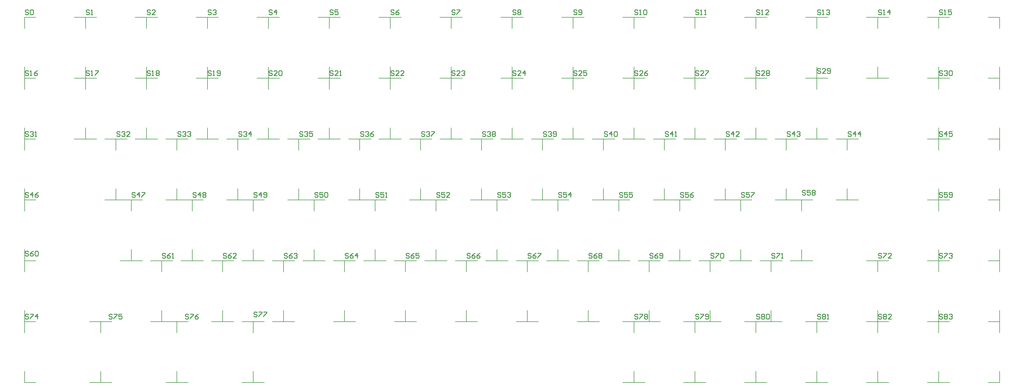
<source format=gto>
G04*
G04 #@! TF.GenerationSoftware,Altium Limited,Altium Designer,18.1.9 (240)*
G04*
G04 Layer_Color=65535*
%FSLAX44Y44*%
%MOMM*%
G71*
G01*
G75*
%ADD10C,0.1270*%
%ADD11C,0.2540*%
D10*
X476250Y1047750D02*
Y1082750D01*
Y1203250D02*
Y1238250D01*
X285750Y1203250D02*
Y1238250D01*
Y1047750D02*
Y1082750D01*
Y1238250D02*
X320750D01*
X441250D02*
X476250D01*
X285750Y1047750D02*
X320750D01*
X441250D02*
X476250D01*
X2667000Y666750D02*
Y701750D01*
Y822250D02*
Y857250D01*
X2476500Y822250D02*
Y857250D01*
Y666750D02*
Y701750D01*
Y857250D02*
X2511500D01*
X2632000D02*
X2667000D01*
X2476500Y666750D02*
X2511500D01*
X2632000D02*
X2667000D01*
X809628Y95250D02*
Y130250D01*
X571502Y95250D02*
Y130250D01*
Y250750D02*
Y285750D01*
X809628Y250750D02*
Y285750D01*
X774625D02*
X809628D01*
X571502D02*
X606503D01*
X774625Y95250D02*
X809628D01*
X571502D02*
X606503D01*
X571497D02*
Y130250D01*
X333372Y95250D02*
Y130250D01*
Y250750D02*
Y285750D01*
X571497Y250750D02*
Y285750D01*
X536495D02*
X571497D01*
X333372D02*
X368373D01*
X536495Y95250D02*
X571497D01*
X333372D02*
X368373D01*
X333375D02*
Y130250D01*
X95250Y95250D02*
Y130250D01*
Y250750D02*
Y285750D01*
X333375Y250750D02*
Y285750D01*
X298372D02*
X333375D01*
X95250D02*
X130250D01*
X298372Y95250D02*
X333375D01*
X95250D02*
X130250D01*
X523875Y285750D02*
Y320750D01*
Y441250D02*
Y476250D01*
X95250Y441250D02*
Y476250D01*
Y286000D02*
Y321000D01*
Y476250D02*
X130250D01*
X95250Y285750D02*
X130250D01*
X488875D02*
X523875D01*
X488875Y476250D02*
X523875D01*
X393625Y666750D02*
X428625D01*
X95250D02*
X130250D01*
X95250Y631750D02*
Y666750D01*
Y476250D02*
Y511250D01*
X428625Y631750D02*
Y666750D01*
X95250Y476250D02*
X130250D01*
X393625D02*
X428625D01*
Y511250D01*
X95250Y822250D02*
Y857250D01*
Y666750D02*
Y701750D01*
X381000Y666750D02*
Y701750D01*
Y822250D02*
Y857250D01*
X346000Y666750D02*
X381000D01*
X95250D02*
X130250D01*
X95250Y857250D02*
X130250D01*
X346000D02*
X381000D01*
X2571750D02*
X2606750D01*
X2917750D02*
X2952750D01*
X2917750Y1047750D02*
X2952750D01*
X2571750D02*
X2606750D01*
X2952750Y857500D02*
Y892500D01*
X2571750Y857500D02*
Y892500D01*
Y1012750D02*
Y1047750D01*
X2952750Y1012750D02*
Y1047750D01*
X2667000Y822250D02*
Y857250D01*
Y666750D02*
Y701750D01*
X2952750Y666750D02*
Y701750D01*
Y822250D02*
Y857250D01*
X2917750Y666750D02*
X2952750D01*
X2667000D02*
X2702000D01*
X2667000Y857250D02*
X2702000D01*
X2917750D02*
X2952750D01*
X2952755Y476250D02*
Y511250D01*
Y631750D02*
Y666750D01*
X2524130Y631750D02*
Y666750D01*
Y476500D02*
Y511500D01*
Y666750D02*
X2559130D01*
X2524130Y476250D02*
X2559130D01*
X2917755D02*
X2952755D01*
X2917755Y666750D02*
X2952755D01*
X2727245Y476250D02*
X2762245D01*
X2428870D02*
X2463870D01*
X2428870Y441250D02*
Y476250D01*
Y285750D02*
Y320750D01*
X2762245Y441250D02*
Y476250D01*
X2428870Y285750D02*
X2463870D01*
X2727245D02*
X2762245D01*
Y320750D01*
X1965247Y95250D02*
X2000247D01*
X1965247Y285750D02*
X2000247D01*
X809622Y95250D02*
X844623D01*
X809622Y285750D02*
X844623D01*
X2000247Y95250D02*
Y130250D01*
X809622Y95250D02*
Y130250D01*
Y250750D02*
Y285750D01*
X2000247Y250750D02*
Y285750D01*
X250750Y1047750D02*
X285750D01*
X95250D02*
X130250D01*
X250750Y1238250D02*
X285750D01*
X95250D02*
X130250D01*
X95250Y1047750D02*
Y1082750D01*
Y1203250D02*
Y1238250D01*
X285750Y1203250D02*
Y1238250D01*
Y1047750D02*
Y1082750D01*
X631750Y1047750D02*
X666750D01*
X476250D02*
X511250D01*
X631750Y1238250D02*
X666750D01*
X476250D02*
X511250D01*
X476250Y1047750D02*
Y1082750D01*
Y1203250D02*
Y1238250D01*
X666750Y1203250D02*
Y1238250D01*
Y1047750D02*
Y1082750D01*
X822250Y1047750D02*
X857250D01*
X666750D02*
X701750D01*
X822250Y1238250D02*
X857250D01*
X666750D02*
X701750D01*
X666750Y1047750D02*
Y1082750D01*
Y1203250D02*
Y1238250D01*
X857250Y1203250D02*
Y1238250D01*
Y1047750D02*
Y1082750D01*
X1012750Y1047750D02*
X1047750D01*
X857250D02*
X892250D01*
X1012750Y1238250D02*
X1047750D01*
X857250D02*
X892250D01*
X857250Y1047750D02*
Y1082750D01*
Y1203250D02*
Y1238250D01*
X1047750Y1203250D02*
Y1238250D01*
Y1047750D02*
Y1082750D01*
X1203250Y1047750D02*
X1238250D01*
X1047750D02*
X1082750D01*
X1203250Y1238250D02*
X1238250D01*
X1047750D02*
X1082750D01*
X1047750Y1047750D02*
Y1082750D01*
Y1203250D02*
Y1238250D01*
X1238250Y1203250D02*
Y1238250D01*
Y1047750D02*
Y1082750D01*
X1393750Y1047750D02*
X1428750D01*
X1238250D02*
X1273250D01*
X1393750Y1238250D02*
X1428750D01*
X1238250D02*
X1273250D01*
X1238250Y1047750D02*
Y1082750D01*
Y1203250D02*
Y1238250D01*
X1428750Y1203250D02*
Y1238250D01*
Y1047750D02*
Y1082750D01*
X1584250Y1047750D02*
X1619250D01*
X1428750D02*
X1463750D01*
X1584250Y1238250D02*
X1619250D01*
X1428750D02*
X1463750D01*
X1428750Y1047750D02*
Y1082750D01*
Y1203250D02*
Y1238250D01*
X1619250Y1203250D02*
Y1238250D01*
Y1047750D02*
Y1082750D01*
X1774750Y1047750D02*
X1809750D01*
X1619250D02*
X1654250D01*
X1774750Y1238250D02*
X1809750D01*
X1619250D02*
X1654250D01*
X1619250Y1047750D02*
Y1082750D01*
Y1203250D02*
Y1238250D01*
X1809750Y1203250D02*
Y1238250D01*
Y1047750D02*
Y1082750D01*
X1965250Y1047750D02*
X2000250D01*
X1809750D02*
X1844750D01*
X1965250Y1238250D02*
X2000250D01*
X1809750D02*
X1844750D01*
X1809750Y1047750D02*
Y1082750D01*
Y1203250D02*
Y1238250D01*
X2000250Y1203250D02*
Y1238250D01*
Y1047750D02*
Y1082750D01*
X2155750Y1047750D02*
X2190750D01*
X2000250D02*
X2035250D01*
X2155750Y1238250D02*
X2190750D01*
X2000250D02*
X2035250D01*
X2000250Y1047750D02*
Y1082750D01*
Y1203250D02*
Y1238250D01*
X2190750Y1203250D02*
Y1238250D01*
Y1047750D02*
Y1082750D01*
X2346250Y1047750D02*
X2381250D01*
X2190750D02*
X2225750D01*
X2346250Y1238250D02*
X2381250D01*
X2190750D02*
X2225750D01*
X2190750Y1047750D02*
Y1082750D01*
Y1203250D02*
Y1238250D01*
X2381250Y1203250D02*
Y1238250D01*
Y1047750D02*
Y1082750D01*
X2536750Y1047750D02*
X2571750D01*
X2381250D02*
X2416250D01*
X2536750Y1238250D02*
X2571750D01*
X2381250D02*
X2416250D01*
X2381250Y1047750D02*
Y1082750D01*
Y1203250D02*
Y1238250D01*
X2571750Y1203250D02*
Y1238250D01*
Y1047750D02*
Y1082750D01*
X2727250Y1047750D02*
X2762250D01*
X2571750D02*
X2606750D01*
X2727250Y1238250D02*
X2762250D01*
X2571750D02*
X2606750D01*
X2571750Y1047750D02*
Y1082750D01*
Y1203250D02*
Y1238250D01*
X2762250Y1203250D02*
Y1238250D01*
Y1047750D02*
Y1082750D01*
X2917750Y1047750D02*
X2952750D01*
X2762250D02*
X2797250D01*
X2917750Y1238250D02*
X2952750D01*
X2762250D02*
X2797250D01*
X2762250Y1047750D02*
Y1082750D01*
Y1203250D02*
Y1238250D01*
X2952750Y1203250D02*
Y1238250D01*
Y1047750D02*
Y1082750D01*
X3108250Y1047750D02*
X3143250D01*
X2952750D02*
X2987750D01*
X3108250Y1238250D02*
X3143250D01*
X2952750D02*
X2987750D01*
X2952750Y1047750D02*
Y1082750D01*
Y1203250D02*
Y1238250D01*
X3143250Y1203250D02*
Y1238250D01*
Y1047750D02*
Y1082750D01*
X441250Y857250D02*
X476250D01*
X285750D02*
X320750D01*
X441250Y1047750D02*
X476250D01*
X285750D02*
X320750D01*
X285750Y857250D02*
Y892250D01*
Y1012750D02*
Y1047750D01*
X476250Y1012750D02*
Y1047750D01*
Y857250D02*
Y892250D01*
X250750Y857250D02*
X285750D01*
X95250D02*
X130250D01*
X250750Y1047750D02*
X285750D01*
X95250D02*
X130250D01*
X95250Y857250D02*
Y892250D01*
Y1012750D02*
Y1047750D01*
X285750Y1012750D02*
Y1047750D01*
Y857250D02*
Y892250D01*
X631750Y857250D02*
X666750D01*
X476250D02*
X511250D01*
X631750Y1047750D02*
X666750D01*
X476250D02*
X511250D01*
X476250Y857250D02*
Y892250D01*
Y1012750D02*
Y1047750D01*
X666750Y1012750D02*
Y1047750D01*
Y857250D02*
Y892250D01*
X822250Y857250D02*
X857250D01*
X666750D02*
X701750D01*
X822250Y1047750D02*
X857250D01*
X666750D02*
X701750D01*
X666750Y857250D02*
Y892250D01*
Y1012750D02*
Y1047750D01*
X857250Y1012750D02*
Y1047750D01*
Y857250D02*
Y892250D01*
X1012750Y857250D02*
X1047750D01*
X857250D02*
X892250D01*
X1012750Y1047750D02*
X1047750D01*
X857250D02*
X892250D01*
X857250Y857250D02*
Y892250D01*
Y1012750D02*
Y1047750D01*
X1047750Y1012750D02*
Y1047750D01*
Y857250D02*
Y892250D01*
X1203250Y857250D02*
X1238250D01*
X1047750D02*
X1082750D01*
X1203250Y1047750D02*
X1238250D01*
X1047750D02*
X1082750D01*
X1047750Y857250D02*
Y892250D01*
Y1012750D02*
Y1047750D01*
X1238250Y1012750D02*
Y1047750D01*
Y857250D02*
Y892250D01*
X1393750Y857250D02*
X1428750D01*
X1238250D02*
X1273250D01*
X1393750Y1047750D02*
X1428750D01*
X1238250D02*
X1273250D01*
X1238250Y857250D02*
Y892250D01*
Y1012750D02*
Y1047750D01*
X1428750Y1012750D02*
Y1047750D01*
Y857250D02*
Y892250D01*
X1584250Y857250D02*
X1619250D01*
X1428750D02*
X1463750D01*
X1584250Y1047750D02*
X1619250D01*
X1428750D02*
X1463750D01*
X1428750Y857250D02*
Y892250D01*
Y1012750D02*
Y1047750D01*
X1619250Y1012750D02*
Y1047750D01*
Y857250D02*
Y892250D01*
X1774750Y857250D02*
X1809750D01*
X1619250D02*
X1654250D01*
X1774750Y1047750D02*
X1809750D01*
X1619250D02*
X1654250D01*
X1619250Y857250D02*
Y892250D01*
Y1012750D02*
Y1047750D01*
X1809750Y1012750D02*
Y1047750D01*
Y857250D02*
Y892250D01*
X1965250Y857250D02*
X2000250D01*
X1809750D02*
X1844750D01*
X1965250Y1047750D02*
X2000250D01*
X1809750D02*
X1844750D01*
X1809750Y857250D02*
Y892250D01*
Y1012750D02*
Y1047750D01*
X2000250Y1012750D02*
Y1047750D01*
Y857250D02*
Y892250D01*
X2155750Y857250D02*
X2190750D01*
X2000250D02*
X2035250D01*
X2155750Y1047750D02*
X2190750D01*
X2000250D02*
X2035250D01*
X2000250Y857250D02*
Y892250D01*
Y1012750D02*
Y1047750D01*
X2190750Y1012750D02*
Y1047750D01*
Y857250D02*
Y892250D01*
X2346250Y857250D02*
X2381250D01*
X2190750D02*
X2225750D01*
X2346250Y1047750D02*
X2381250D01*
X2190750D02*
X2225750D01*
X2190750Y857250D02*
Y892250D01*
Y1012750D02*
Y1047750D01*
X2381250Y1012750D02*
Y1047750D01*
Y857250D02*
Y892250D01*
X2536750Y857250D02*
X2571750D01*
X2381250D02*
X2416250D01*
X2536750Y1047750D02*
X2571750D01*
X2381250D02*
X2416250D01*
X2381250Y857250D02*
Y892250D01*
Y1012750D02*
Y1047750D01*
X2571750Y1012750D02*
Y1047750D01*
Y857250D02*
Y892250D01*
X3108250Y857250D02*
X3143250D01*
X2952750D02*
X2987750D01*
X3108250Y1047750D02*
X3143250D01*
X2952750D02*
X2987750D01*
X2952750Y857250D02*
Y892250D01*
Y1012750D02*
Y1047750D01*
X3143250Y1012750D02*
Y1047750D01*
Y857250D02*
Y892250D01*
X536500Y666750D02*
X571500D01*
X381000D02*
X416000D01*
X536500Y857250D02*
X571500D01*
X381000D02*
X416000D01*
X381000Y666750D02*
Y701750D01*
Y822250D02*
Y857250D01*
X571500Y822250D02*
Y857250D01*
Y666750D02*
Y701750D01*
X727000Y666750D02*
X762000D01*
X571500D02*
X606500D01*
X727000Y857250D02*
X762000D01*
X571500D02*
X606500D01*
X571500Y666750D02*
Y701750D01*
Y822250D02*
Y857250D01*
X762000Y822250D02*
Y857250D01*
Y666750D02*
Y701750D01*
X917500Y666750D02*
X952500D01*
X762000D02*
X797000D01*
X917500Y857250D02*
X952500D01*
X762000D02*
X797000D01*
X762000Y666750D02*
Y701750D01*
Y822250D02*
Y857250D01*
X952500Y822250D02*
Y857250D01*
Y666750D02*
Y701750D01*
X1108000Y666750D02*
X1143000D01*
X952500D02*
X987500D01*
X1108000Y857250D02*
X1143000D01*
X952500D02*
X987500D01*
X952500Y666750D02*
Y701750D01*
Y822250D02*
Y857250D01*
X1143000Y822250D02*
Y857250D01*
Y666750D02*
Y701750D01*
X1298500Y666750D02*
X1333500D01*
X1143000D02*
X1178000D01*
X1298500Y857250D02*
X1333500D01*
X1143000D02*
X1178000D01*
X1143000Y666750D02*
Y701750D01*
Y822250D02*
Y857250D01*
X1333500Y822250D02*
Y857250D01*
Y666750D02*
Y701750D01*
X1489000Y666750D02*
X1524000D01*
X1333500D02*
X1368500D01*
X1489000Y857250D02*
X1524000D01*
X1333500D02*
X1368500D01*
X1333500Y666750D02*
Y701750D01*
Y822250D02*
Y857250D01*
X1524000Y822250D02*
Y857250D01*
Y666750D02*
Y701750D01*
X1679500Y666750D02*
X1714500D01*
X1524000D02*
X1559000D01*
X1679500Y857250D02*
X1714500D01*
X1524000D02*
X1559000D01*
X1524000Y666750D02*
Y701750D01*
Y822250D02*
Y857250D01*
X1714500Y822250D02*
Y857250D01*
Y666750D02*
Y701750D01*
X1870000Y666750D02*
X1905000D01*
X1714500D02*
X1749500D01*
X1870000Y857250D02*
X1905000D01*
X1714500D02*
X1749500D01*
X1714500Y666750D02*
Y701750D01*
Y822250D02*
Y857250D01*
X1905000Y822250D02*
Y857250D01*
Y666750D02*
Y701750D01*
X2060500Y666750D02*
X2095500D01*
X1905000D02*
X1940000D01*
X2060500Y857250D02*
X2095500D01*
X1905000D02*
X1940000D01*
X1905000Y666750D02*
Y701750D01*
Y822250D02*
Y857250D01*
X2095500Y822250D02*
Y857250D01*
Y666750D02*
Y701750D01*
X2251000Y666750D02*
X2286000D01*
X2095500D02*
X2130500D01*
X2251000Y857250D02*
X2286000D01*
X2095500D02*
X2130500D01*
X2095500Y666750D02*
Y701750D01*
Y822250D02*
Y857250D01*
X2286000Y822250D02*
Y857250D01*
Y666750D02*
Y701750D01*
X2441500Y666750D02*
X2476500D01*
X2286000D02*
X2321000D01*
X2441500Y857250D02*
X2476500D01*
X2286000D02*
X2321000D01*
X2286000Y666750D02*
Y701750D01*
Y822250D02*
Y857250D01*
X2476500Y822250D02*
Y857250D01*
Y666750D02*
Y701750D01*
X3108250Y666750D02*
X3143250D01*
X2952750D02*
X2987750D01*
X3108250Y857250D02*
X3143250D01*
X2952750D02*
X2987750D01*
X2952750Y666750D02*
Y701750D01*
Y822250D02*
Y857250D01*
X3143250Y822250D02*
Y857250D01*
Y666750D02*
Y701750D01*
X584130Y476250D02*
X619130D01*
X428630D02*
X463630D01*
X584130Y666750D02*
X619130D01*
X428630D02*
X463630D01*
X428630Y476250D02*
Y511250D01*
Y631750D02*
Y666750D01*
X619130Y631750D02*
Y666750D01*
Y476250D02*
Y511250D01*
X774630Y476250D02*
X809630D01*
X619130D02*
X654130D01*
X774630Y666750D02*
X809630D01*
X619130D02*
X654130D01*
X619130Y476250D02*
Y511250D01*
Y631750D02*
Y666750D01*
X809630Y631750D02*
Y666750D01*
Y476250D02*
Y511250D01*
X965130Y476250D02*
X1000130D01*
X809630D02*
X844630D01*
X965130Y666750D02*
X1000130D01*
X809630D02*
X844630D01*
X809630Y476250D02*
Y511250D01*
Y631750D02*
Y666750D01*
X1000130Y631750D02*
Y666750D01*
Y476250D02*
Y511250D01*
X1155630Y476250D02*
X1190630D01*
X1000130D02*
X1035130D01*
X1155630Y666750D02*
X1190630D01*
X1000130D02*
X1035130D01*
X1000130Y476250D02*
Y511250D01*
Y631750D02*
Y666750D01*
X1190630Y631750D02*
Y666750D01*
Y476250D02*
Y511250D01*
X1346130Y476250D02*
X1381130D01*
X1190630D02*
X1225630D01*
X1346130Y666750D02*
X1381130D01*
X1190630D02*
X1225630D01*
X1190630Y476250D02*
Y511250D01*
Y631750D02*
Y666750D01*
X1381130Y631750D02*
Y666750D01*
Y476250D02*
Y511250D01*
X1536630Y476250D02*
X1571630D01*
X1381130D02*
X1416130D01*
X1536630Y666750D02*
X1571630D01*
X1381130D02*
X1416130D01*
X1381130Y476250D02*
Y511250D01*
Y631750D02*
Y666750D01*
X1571630Y631750D02*
Y666750D01*
Y476250D02*
Y511250D01*
X1727130Y476250D02*
X1762130D01*
X1571630D02*
X1606630D01*
X1727130Y666750D02*
X1762130D01*
X1571630D02*
X1606630D01*
X1571630Y476250D02*
Y511250D01*
Y631750D02*
Y666750D01*
X1762130Y631750D02*
Y666750D01*
Y476250D02*
Y511250D01*
X1917630Y476250D02*
X1952630D01*
X1762130D02*
X1797130D01*
X1917630Y666750D02*
X1952630D01*
X1762130D02*
X1797130D01*
X1762130Y476250D02*
Y511250D01*
Y631750D02*
Y666750D01*
X1952630Y631750D02*
Y666750D01*
Y476250D02*
Y511250D01*
X2108130Y476250D02*
X2143130D01*
X1952630D02*
X1987630D01*
X2108130Y666750D02*
X2143130D01*
X1952630D02*
X1987630D01*
X1952630Y476250D02*
Y511250D01*
Y631750D02*
Y666750D01*
X2143130Y631750D02*
Y666750D01*
Y476250D02*
Y511250D01*
X2298630Y476250D02*
X2333630D01*
X2143130D02*
X2178130D01*
X2298630Y666750D02*
X2333630D01*
X2143130D02*
X2178130D01*
X2143130Y476250D02*
Y511250D01*
Y631750D02*
Y666750D01*
X2333630Y631750D02*
Y666750D01*
Y476250D02*
Y511250D01*
X2489130Y476250D02*
X2524130D01*
X2333630D02*
X2368630D01*
X2489130Y666750D02*
X2524130D01*
X2333630D02*
X2368630D01*
X2333630Y476250D02*
Y511250D01*
Y631750D02*
Y666750D01*
X2524130Y631750D02*
Y666750D01*
Y476250D02*
Y511250D01*
X3108250Y476250D02*
X3143250D01*
X2952750D02*
X2987750D01*
X3108250Y666750D02*
X3143250D01*
X2952750D02*
X2987750D01*
X2952750Y476250D02*
Y511250D01*
Y631750D02*
Y666750D01*
X3143250Y631750D02*
Y666750D01*
Y476250D02*
Y511250D01*
X679372Y285750D02*
X714372D01*
X523872D02*
X558873D01*
X679372Y476250D02*
X714372D01*
X523872D02*
X558873D01*
X523872Y285750D02*
Y320750D01*
Y441250D02*
Y476250D01*
X714372Y441250D02*
Y476250D01*
Y285750D02*
Y320750D01*
X869870Y285750D02*
X904870D01*
X714370D02*
X749370D01*
X869870Y476250D02*
X904870D01*
X714370D02*
X749370D01*
X714370Y285750D02*
Y320750D01*
Y441250D02*
Y476250D01*
X904870Y441250D02*
Y476250D01*
Y285750D02*
Y320750D01*
X1060370Y285750D02*
X1095370D01*
X904870D02*
X939870D01*
X1060370Y476250D02*
X1095370D01*
X904870D02*
X939870D01*
X904870Y285750D02*
Y320750D01*
Y441250D02*
Y476250D01*
X1095370Y441250D02*
Y476250D01*
Y285750D02*
Y320750D01*
X1250870Y285750D02*
X1285870D01*
X1095370D02*
X1130370D01*
X1250870Y476250D02*
X1285870D01*
X1095370D02*
X1130370D01*
X1095370Y285750D02*
Y320750D01*
Y441250D02*
Y476250D01*
X1285870Y441250D02*
Y476250D01*
Y285750D02*
Y320750D01*
X1441370Y285750D02*
X1476370D01*
X1285870D02*
X1320870D01*
X1441370Y476250D02*
X1476370D01*
X1285870D02*
X1320870D01*
X1285870Y285750D02*
Y320750D01*
Y441250D02*
Y476250D01*
X1476370Y441250D02*
Y476250D01*
Y285750D02*
Y320750D01*
X1631870Y285750D02*
X1666870D01*
X1476370D02*
X1511370D01*
X1631870Y476250D02*
X1666870D01*
X1476370D02*
X1511370D01*
X1476370Y285750D02*
Y320750D01*
Y441250D02*
Y476250D01*
X1666870Y441250D02*
Y476250D01*
Y285750D02*
Y320750D01*
X1822370Y285750D02*
X1857370D01*
X1666870D02*
X1701870D01*
X1822370Y476250D02*
X1857370D01*
X1666870D02*
X1701870D01*
X1666870Y285750D02*
Y320750D01*
Y441250D02*
Y476250D01*
X1857370Y441250D02*
Y476250D01*
Y285750D02*
Y320750D01*
X2012870Y285750D02*
X2047870D01*
X1857370D02*
X1892370D01*
X2012870Y476250D02*
X2047870D01*
X1857370D02*
X1892370D01*
X1857370Y285750D02*
Y320750D01*
Y441250D02*
Y476250D01*
X2047870Y441250D02*
Y476250D01*
Y285750D02*
Y320750D01*
X2203370Y285750D02*
X2238370D01*
X2047870D02*
X2082870D01*
X2203370Y476250D02*
X2238370D01*
X2047870D02*
X2082870D01*
X2047870Y285750D02*
Y320750D01*
Y441250D02*
Y476250D01*
X2238370Y441250D02*
Y476250D01*
Y285750D02*
Y320750D01*
X2393870Y285750D02*
X2428870D01*
X2238370D02*
X2273370D01*
X2393870Y476250D02*
X2428870D01*
X2238370D02*
X2273370D01*
X2238370Y285750D02*
Y320750D01*
Y441250D02*
Y476250D01*
X2428870Y441250D02*
Y476250D01*
Y285750D02*
Y320750D01*
X2917750Y285750D02*
X2952750D01*
X2762250D02*
X2797250D01*
X2917750Y476250D02*
X2952750D01*
X2762250D02*
X2797250D01*
X2762250Y285750D02*
Y320750D01*
Y441250D02*
Y476250D01*
X2952750Y441250D02*
Y476250D01*
Y285750D02*
Y320750D01*
X3108250Y285750D02*
X3143250D01*
X2952750D02*
X2987750D01*
X3108250Y476250D02*
X3143250D01*
X2952750D02*
X2987750D01*
X2952750Y285750D02*
Y320750D01*
Y441250D02*
Y476250D01*
X3143250Y441250D02*
Y476250D01*
Y285750D02*
Y320750D01*
X2155752Y95250D02*
X2190753D01*
X2000253D02*
X2035253D01*
X2155752Y285750D02*
X2190753D01*
X2000253D02*
X2035253D01*
X2000253Y95250D02*
Y130250D01*
Y250750D02*
Y285750D01*
X2190753Y250750D02*
Y285750D01*
Y95250D02*
Y130250D01*
X2346250Y95250D02*
X2381250D01*
X2190750D02*
X2225750D01*
X2346250Y285750D02*
X2381250D01*
X2190750D02*
X2225750D01*
X2190750Y95250D02*
Y130250D01*
Y250750D02*
Y285750D01*
X2381250Y250750D02*
Y285750D01*
Y95250D02*
Y130250D01*
X2536750Y95250D02*
X2571750D01*
X2381250D02*
X2416250D01*
X2536750Y285750D02*
X2571750D01*
X2381250D02*
X2416250D01*
X2381250Y95250D02*
Y130250D01*
Y250750D02*
Y285750D01*
X2571750Y250750D02*
Y285750D01*
Y95250D02*
Y130250D01*
X2727250Y95250D02*
X2762250D01*
X2571750D02*
X2606750D01*
X2727250Y285750D02*
X2762250D01*
X2571750D02*
X2606750D01*
X2571750Y95250D02*
Y130250D01*
Y250750D02*
Y285750D01*
X2762250Y250750D02*
Y285750D01*
Y95250D02*
Y130250D01*
X2917750Y95250D02*
X2952750D01*
X2762250D02*
X2797250D01*
X2917750Y285750D02*
X2952750D01*
X2762250D02*
X2797250D01*
X2762250Y95250D02*
Y130250D01*
Y250750D02*
Y285750D01*
X2952750Y250750D02*
Y285750D01*
Y95250D02*
Y130250D01*
X3108250Y95250D02*
X3143250D01*
X2952750D02*
X2987750D01*
X3108250Y285750D02*
X3143250D01*
X2952750D02*
X2987750D01*
X2952750Y95250D02*
Y130250D01*
Y250750D02*
Y285750D01*
X3143250Y250750D02*
Y285750D01*
Y95250D02*
Y130250D01*
D11*
X297812Y1259201D02*
X295273Y1261740D01*
X290194D01*
X287655Y1259201D01*
Y1256662D01*
X290194Y1254122D01*
X295273D01*
X297812Y1251583D01*
Y1249044D01*
X295273Y1246505D01*
X290194D01*
X287655Y1249044D01*
X302890Y1246505D02*
X307968D01*
X305429D01*
Y1261740D01*
X302890Y1259201D01*
X2964812Y306701D02*
X2962273Y309240D01*
X2957194D01*
X2954655Y306701D01*
Y304162D01*
X2957194Y301623D01*
X2962273D01*
X2964812Y299083D01*
Y296544D01*
X2962273Y294005D01*
X2957194D01*
X2954655Y296544D01*
X2969890Y306701D02*
X2972429Y309240D01*
X2977508D01*
X2980047Y306701D01*
Y304162D01*
X2977508Y301623D01*
X2980047Y299083D01*
Y296544D01*
X2977508Y294005D01*
X2972429D01*
X2969890Y296544D01*
Y299083D01*
X2972429Y301623D01*
X2969890Y304162D01*
Y306701D01*
X2972429Y301623D02*
X2977508D01*
X2985125Y306701D02*
X2987664Y309240D01*
X2992743D01*
X2995282Y306701D01*
Y304162D01*
X2992743Y301623D01*
X2990204D01*
X2992743D01*
X2995282Y299083D01*
Y296544D01*
X2992743Y294005D01*
X2987664D01*
X2985125Y296544D01*
X2774185Y306828D02*
X2771646Y309367D01*
X2766567D01*
X2764028Y306828D01*
Y304289D01*
X2766567Y301749D01*
X2771646D01*
X2774185Y299210D01*
Y296671D01*
X2771646Y294132D01*
X2766567D01*
X2764028Y296671D01*
X2779263Y306828D02*
X2781802Y309367D01*
X2786880D01*
X2789420Y306828D01*
Y304289D01*
X2786880Y301749D01*
X2789420Y299210D01*
Y296671D01*
X2786880Y294132D01*
X2781802D01*
X2779263Y296671D01*
Y299210D01*
X2781802Y301749D01*
X2779263Y304289D01*
Y306828D01*
X2781802Y301749D02*
X2786880D01*
X2804655Y294132D02*
X2794498D01*
X2804655Y304289D01*
Y306828D01*
X2802116Y309367D01*
X2797037D01*
X2794498Y306828D01*
X2583685D02*
X2581146Y309367D01*
X2576067D01*
X2573528Y306828D01*
Y304289D01*
X2576067Y301749D01*
X2581146D01*
X2583685Y299210D01*
Y296671D01*
X2581146Y294132D01*
X2576067D01*
X2573528Y296671D01*
X2588763Y306828D02*
X2591302Y309367D01*
X2596381D01*
X2598920Y306828D01*
Y304289D01*
X2596381Y301749D01*
X2598920Y299210D01*
Y296671D01*
X2596381Y294132D01*
X2591302D01*
X2588763Y296671D01*
Y299210D01*
X2591302Y301749D01*
X2588763Y304289D01*
Y306828D01*
X2591302Y301749D02*
X2596381D01*
X2603998Y294132D02*
X2609077D01*
X2606537D01*
Y309367D01*
X2603998Y306828D01*
X2393185D02*
X2390645Y309367D01*
X2385567D01*
X2383028Y306828D01*
Y304289D01*
X2385567Y301749D01*
X2390645D01*
X2393185Y299210D01*
Y296671D01*
X2390645Y294132D01*
X2385567D01*
X2383028Y296671D01*
X2398263Y306828D02*
X2400802Y309367D01*
X2405881D01*
X2408420Y306828D01*
Y304289D01*
X2405881Y301749D01*
X2408420Y299210D01*
Y296671D01*
X2405881Y294132D01*
X2400802D01*
X2398263Y296671D01*
Y299210D01*
X2400802Y301749D01*
X2398263Y304289D01*
Y306828D01*
X2400802Y301749D02*
X2405881D01*
X2413498Y306828D02*
X2416037Y309367D01*
X2421116D01*
X2423655Y306828D01*
Y296671D01*
X2421116Y294132D01*
X2416037D01*
X2413498Y296671D01*
Y306828D01*
X2202685D02*
X2200146Y309367D01*
X2195067D01*
X2192528Y306828D01*
Y304289D01*
X2195067Y301749D01*
X2200146D01*
X2202685Y299210D01*
Y296671D01*
X2200146Y294132D01*
X2195067D01*
X2192528Y296671D01*
X2207763Y309367D02*
X2217920D01*
Y306828D01*
X2207763Y296671D01*
Y294132D01*
X2222998Y296671D02*
X2225537Y294132D01*
X2230616D01*
X2233155Y296671D01*
Y306828D01*
X2230616Y309367D01*
X2225537D01*
X2222998Y306828D01*
Y304289D01*
X2225537Y301749D01*
X2233155D01*
X2012439Y306828D02*
X2009899Y309367D01*
X2004821D01*
X2002282Y306828D01*
Y304289D01*
X2004821Y301749D01*
X2009899D01*
X2012439Y299210D01*
Y296671D01*
X2009899Y294132D01*
X2004821D01*
X2002282Y296671D01*
X2017517Y309367D02*
X2027674D01*
Y306828D01*
X2017517Y296671D01*
Y294132D01*
X2032752Y306828D02*
X2035291Y309367D01*
X2040370D01*
X2042909Y306828D01*
Y304289D01*
X2040370Y301749D01*
X2042909Y299210D01*
Y296671D01*
X2040370Y294132D01*
X2035291D01*
X2032752Y296671D01*
Y299210D01*
X2035291Y301749D01*
X2032752Y304289D01*
Y306828D01*
X2035291Y301749D02*
X2040370D01*
X821687Y313432D02*
X819147Y315971D01*
X814069D01*
X811530Y313432D01*
Y310893D01*
X814069Y308354D01*
X819147D01*
X821687Y305814D01*
Y303275D01*
X819147Y300736D01*
X814069D01*
X811530Y303275D01*
X826765Y315971D02*
X836922D01*
Y313432D01*
X826765Y303275D01*
Y300736D01*
X842000Y315971D02*
X852157D01*
Y313432D01*
X842000Y303275D01*
Y300736D01*
X607311Y306828D02*
X604771Y309367D01*
X599693D01*
X597154Y306828D01*
Y304289D01*
X599693Y301749D01*
X604771D01*
X607311Y299210D01*
Y296671D01*
X604771Y294132D01*
X599693D01*
X597154Y296671D01*
X612389Y309367D02*
X622546D01*
Y306828D01*
X612389Y296671D01*
Y294132D01*
X637781Y309367D02*
X632702Y306828D01*
X627624Y301749D01*
Y296671D01*
X630163Y294132D01*
X635242D01*
X637781Y296671D01*
Y299210D01*
X635242Y301749D01*
X627624D01*
X369313Y306828D02*
X366773Y309367D01*
X361695D01*
X359156Y306828D01*
Y304289D01*
X361695Y301749D01*
X366773D01*
X369313Y299210D01*
Y296671D01*
X366773Y294132D01*
X361695D01*
X359156Y296671D01*
X374391Y309367D02*
X384548D01*
Y306828D01*
X374391Y296671D01*
Y294132D01*
X399783Y309367D02*
X389626D01*
Y301749D01*
X394705Y304289D01*
X397244D01*
X399783Y301749D01*
Y296671D01*
X397244Y294132D01*
X392165D01*
X389626Y296671D01*
X107185Y306828D02*
X104646Y309367D01*
X99567D01*
X97028Y306828D01*
Y304289D01*
X99567Y301749D01*
X104646D01*
X107185Y299210D01*
Y296671D01*
X104646Y294132D01*
X99567D01*
X97028Y296671D01*
X112263Y309367D02*
X122420D01*
Y306828D01*
X112263Y296671D01*
Y294132D01*
X135116D02*
Y309367D01*
X127498Y301749D01*
X137655D01*
X2964812Y497201D02*
X2962273Y499740D01*
X2957194D01*
X2954655Y497201D01*
Y494662D01*
X2957194Y492122D01*
X2962273D01*
X2964812Y489583D01*
Y487044D01*
X2962273Y484505D01*
X2957194D01*
X2954655Y487044D01*
X2969890Y499740D02*
X2980047D01*
Y497201D01*
X2969890Y487044D01*
Y484505D01*
X2985125Y497201D02*
X2987664Y499740D01*
X2992743D01*
X2995282Y497201D01*
Y494662D01*
X2992743Y492122D01*
X2990204D01*
X2992743D01*
X2995282Y489583D01*
Y487044D01*
X2992743Y484505D01*
X2987664D01*
X2985125Y487044D01*
X2774312Y497201D02*
X2771772Y499740D01*
X2766694D01*
X2764155Y497201D01*
Y494662D01*
X2766694Y492122D01*
X2771772D01*
X2774312Y489583D01*
Y487044D01*
X2771772Y484505D01*
X2766694D01*
X2764155Y487044D01*
X2779390Y499740D02*
X2789547D01*
Y497201D01*
X2779390Y487044D01*
Y484505D01*
X2804782D02*
X2794625D01*
X2804782Y494662D01*
Y497201D01*
X2802243Y499740D01*
X2797164D01*
X2794625Y497201D01*
X2440937Y497328D02*
X2438398Y499867D01*
X2433319D01*
X2430780Y497328D01*
Y494789D01*
X2433319Y492249D01*
X2438398D01*
X2440937Y489710D01*
Y487171D01*
X2438398Y484632D01*
X2433319D01*
X2430780Y487171D01*
X2446015Y499867D02*
X2456172D01*
Y497328D01*
X2446015Y487171D01*
Y484632D01*
X2461250D02*
X2466328D01*
X2463789D01*
Y499867D01*
X2461250Y497328D01*
X2250437D02*
X2247897Y499867D01*
X2242819D01*
X2240280Y497328D01*
Y494789D01*
X2242819Y492249D01*
X2247897D01*
X2250437Y489710D01*
Y487171D01*
X2247897Y484632D01*
X2242819D01*
X2240280Y487171D01*
X2255515Y499867D02*
X2265672D01*
Y497328D01*
X2255515Y487171D01*
Y484632D01*
X2270750Y497328D02*
X2273289Y499867D01*
X2278368D01*
X2280907Y497328D01*
Y487171D01*
X2278368Y484632D01*
X2273289D01*
X2270750Y487171D01*
Y497328D01*
X2059937D02*
X2057397Y499867D01*
X2052319D01*
X2049780Y497328D01*
Y494789D01*
X2052319Y492249D01*
X2057397D01*
X2059937Y489710D01*
Y487171D01*
X2057397Y484632D01*
X2052319D01*
X2049780Y487171D01*
X2075172Y499867D02*
X2070093Y497328D01*
X2065015Y492249D01*
Y487171D01*
X2067554Y484632D01*
X2072633D01*
X2075172Y487171D01*
Y489710D01*
X2072633Y492249D01*
X2065015D01*
X2080250Y487171D02*
X2082789Y484632D01*
X2087868D01*
X2090407Y487171D01*
Y497328D01*
X2087868Y499867D01*
X2082789D01*
X2080250Y497328D01*
Y494789D01*
X2082789Y492249D01*
X2090407D01*
X1869437Y497328D02*
X1866897Y499867D01*
X1861819D01*
X1859280Y497328D01*
Y494789D01*
X1861819Y492249D01*
X1866897D01*
X1869437Y489710D01*
Y487171D01*
X1866897Y484632D01*
X1861819D01*
X1859280Y487171D01*
X1884672Y499867D02*
X1879593Y497328D01*
X1874515Y492249D01*
Y487171D01*
X1877054Y484632D01*
X1882133D01*
X1884672Y487171D01*
Y489710D01*
X1882133Y492249D01*
X1874515D01*
X1889750Y497328D02*
X1892289Y499867D01*
X1897368D01*
X1899907Y497328D01*
Y494789D01*
X1897368Y492249D01*
X1899907Y489710D01*
Y487171D01*
X1897368Y484632D01*
X1892289D01*
X1889750Y487171D01*
Y489710D01*
X1892289Y492249D01*
X1889750Y494789D01*
Y497328D01*
X1892289Y492249D02*
X1897368D01*
X1678937Y497328D02*
X1676398Y499867D01*
X1671319D01*
X1668780Y497328D01*
Y494789D01*
X1671319Y492249D01*
X1676398D01*
X1678937Y489710D01*
Y487171D01*
X1676398Y484632D01*
X1671319D01*
X1668780Y487171D01*
X1694172Y499867D02*
X1689093Y497328D01*
X1684015Y492249D01*
Y487171D01*
X1686554Y484632D01*
X1691633D01*
X1694172Y487171D01*
Y489710D01*
X1691633Y492249D01*
X1684015D01*
X1699250Y499867D02*
X1709407D01*
Y497328D01*
X1699250Y487171D01*
Y484632D01*
X1488437Y497328D02*
X1485898Y499867D01*
X1480819D01*
X1478280Y497328D01*
Y494789D01*
X1480819Y492249D01*
X1485898D01*
X1488437Y489710D01*
Y487171D01*
X1485898Y484632D01*
X1480819D01*
X1478280Y487171D01*
X1503672Y499867D02*
X1498593Y497328D01*
X1493515Y492249D01*
Y487171D01*
X1496054Y484632D01*
X1501133D01*
X1503672Y487171D01*
Y489710D01*
X1501133Y492249D01*
X1493515D01*
X1518907Y499867D02*
X1513828Y497328D01*
X1508750Y492249D01*
Y487171D01*
X1511289Y484632D01*
X1516368D01*
X1518907Y487171D01*
Y489710D01*
X1516368Y492249D01*
X1508750D01*
X1297937Y497328D02*
X1295397Y499867D01*
X1290319D01*
X1287780Y497328D01*
Y494789D01*
X1290319Y492249D01*
X1295397D01*
X1297937Y489710D01*
Y487171D01*
X1295397Y484632D01*
X1290319D01*
X1287780Y487171D01*
X1313172Y499867D02*
X1308093Y497328D01*
X1303015Y492249D01*
Y487171D01*
X1305554Y484632D01*
X1310633D01*
X1313172Y487171D01*
Y489710D01*
X1310633Y492249D01*
X1303015D01*
X1328407Y499867D02*
X1318250D01*
Y492249D01*
X1323329Y494789D01*
X1325868D01*
X1328407Y492249D01*
Y487171D01*
X1325868Y484632D01*
X1320789D01*
X1318250Y487171D01*
X1107437Y497328D02*
X1104898Y499867D01*
X1099819D01*
X1097280Y497328D01*
Y494789D01*
X1099819Y492249D01*
X1104898D01*
X1107437Y489710D01*
Y487171D01*
X1104898Y484632D01*
X1099819D01*
X1097280Y487171D01*
X1122672Y499867D02*
X1117593Y497328D01*
X1112515Y492249D01*
Y487171D01*
X1115054Y484632D01*
X1120133D01*
X1122672Y487171D01*
Y489710D01*
X1120133Y492249D01*
X1112515D01*
X1135368Y484632D02*
Y499867D01*
X1127750Y492249D01*
X1137907D01*
X916937Y497328D02*
X914398Y499867D01*
X909319D01*
X906780Y497328D01*
Y494789D01*
X909319Y492249D01*
X914398D01*
X916937Y489710D01*
Y487171D01*
X914398Y484632D01*
X909319D01*
X906780Y487171D01*
X932172Y499867D02*
X927093Y497328D01*
X922015Y492249D01*
Y487171D01*
X924554Y484632D01*
X929633D01*
X932172Y487171D01*
Y489710D01*
X929633Y492249D01*
X922015D01*
X937250Y497328D02*
X939789Y499867D01*
X944868D01*
X947407Y497328D01*
Y494789D01*
X944868Y492249D01*
X942328D01*
X944868D01*
X947407Y489710D01*
Y487171D01*
X944868Y484632D01*
X939789D01*
X937250Y487171D01*
X726437Y497328D02*
X723897Y499867D01*
X718819D01*
X716280Y497328D01*
Y494789D01*
X718819Y492249D01*
X723897D01*
X726437Y489710D01*
Y487171D01*
X723897Y484632D01*
X718819D01*
X716280Y487171D01*
X741672Y499867D02*
X736593Y497328D01*
X731515Y492249D01*
Y487171D01*
X734054Y484632D01*
X739133D01*
X741672Y487171D01*
Y489710D01*
X739133Y492249D01*
X731515D01*
X756907Y484632D02*
X746750D01*
X756907Y494789D01*
Y497328D01*
X754368Y499867D01*
X749289D01*
X746750Y497328D01*
X535937D02*
X533397Y499867D01*
X528319D01*
X525780Y497328D01*
Y494789D01*
X528319Y492249D01*
X533397D01*
X535937Y489710D01*
Y487171D01*
X533397Y484632D01*
X528319D01*
X525780Y487171D01*
X551172Y499867D02*
X546093Y497328D01*
X541015Y492249D01*
Y487171D01*
X543554Y484632D01*
X548633D01*
X551172Y487171D01*
Y489710D01*
X548633Y492249D01*
X541015D01*
X556250Y484632D02*
X561329D01*
X558789D01*
Y499867D01*
X556250Y497328D01*
X107185Y503932D02*
X104646Y506471D01*
X99567D01*
X97028Y503932D01*
Y501393D01*
X99567Y498853D01*
X104646D01*
X107185Y496314D01*
Y493775D01*
X104646Y491236D01*
X99567D01*
X97028Y493775D01*
X122420Y506471D02*
X117341Y503932D01*
X112263Y498853D01*
Y493775D01*
X114802Y491236D01*
X119881D01*
X122420Y493775D01*
Y496314D01*
X119881Y498853D01*
X112263D01*
X127498Y503932D02*
X130037Y506471D01*
X135116D01*
X137655Y503932D01*
Y493775D01*
X135116Y491236D01*
X130037D01*
X127498Y493775D01*
Y503932D01*
X2964812Y687701D02*
X2962273Y690240D01*
X2957194D01*
X2954655Y687701D01*
Y685162D01*
X2957194Y682623D01*
X2962273D01*
X2964812Y680083D01*
Y677544D01*
X2962273Y675005D01*
X2957194D01*
X2954655Y677544D01*
X2980047Y690240D02*
X2969890D01*
Y682623D01*
X2974968Y685162D01*
X2977508D01*
X2980047Y682623D01*
Y677544D01*
X2977508Y675005D01*
X2972429D01*
X2969890Y677544D01*
X2985125D02*
X2987664Y675005D01*
X2992743D01*
X2995282Y677544D01*
Y687701D01*
X2992743Y690240D01*
X2987664D01*
X2985125Y687701D01*
Y685162D01*
X2987664Y682623D01*
X2995282D01*
X2536187Y694432D02*
X2533647Y696971D01*
X2528569D01*
X2526030Y694432D01*
Y691893D01*
X2528569Y689353D01*
X2533647D01*
X2536187Y686814D01*
Y684275D01*
X2533647Y681736D01*
X2528569D01*
X2526030Y684275D01*
X2551422Y696971D02*
X2541265D01*
Y689353D01*
X2546343Y691893D01*
X2548883D01*
X2551422Y689353D01*
Y684275D01*
X2548883Y681736D01*
X2543804D01*
X2541265Y684275D01*
X2556500Y694432D02*
X2559039Y696971D01*
X2564118D01*
X2566657Y694432D01*
Y691893D01*
X2564118Y689353D01*
X2566657Y686814D01*
Y684275D01*
X2564118Y681736D01*
X2559039D01*
X2556500Y684275D01*
Y686814D01*
X2559039Y689353D01*
X2556500Y691893D01*
Y694432D01*
X2559039Y689353D02*
X2564118D01*
X2345687Y687828D02*
X2343147Y690367D01*
X2338069D01*
X2335530Y687828D01*
Y685289D01*
X2338069Y682749D01*
X2343147D01*
X2345687Y680210D01*
Y677671D01*
X2343147Y675132D01*
X2338069D01*
X2335530Y677671D01*
X2360922Y690367D02*
X2350765D01*
Y682749D01*
X2355843Y685289D01*
X2358383D01*
X2360922Y682749D01*
Y677671D01*
X2358383Y675132D01*
X2353304D01*
X2350765Y677671D01*
X2366000Y690367D02*
X2376157D01*
Y687828D01*
X2366000Y677671D01*
Y675132D01*
X2155187Y687828D02*
X2152648Y690367D01*
X2147569D01*
X2145030Y687828D01*
Y685289D01*
X2147569Y682749D01*
X2152648D01*
X2155187Y680210D01*
Y677671D01*
X2152648Y675132D01*
X2147569D01*
X2145030Y677671D01*
X2170422Y690367D02*
X2160265D01*
Y682749D01*
X2165343Y685289D01*
X2167883D01*
X2170422Y682749D01*
Y677671D01*
X2167883Y675132D01*
X2162804D01*
X2160265Y677671D01*
X2185657Y690367D02*
X2180578Y687828D01*
X2175500Y682749D01*
Y677671D01*
X2178039Y675132D01*
X2183118D01*
X2185657Y677671D01*
Y680210D01*
X2183118Y682749D01*
X2175500D01*
X1964687Y687828D02*
X1962148Y690367D01*
X1957069D01*
X1954530Y687828D01*
Y685289D01*
X1957069Y682749D01*
X1962148D01*
X1964687Y680210D01*
Y677671D01*
X1962148Y675132D01*
X1957069D01*
X1954530Y677671D01*
X1979922Y690367D02*
X1969765D01*
Y682749D01*
X1974843Y685289D01*
X1977383D01*
X1979922Y682749D01*
Y677671D01*
X1977383Y675132D01*
X1972304D01*
X1969765Y677671D01*
X1995157Y690367D02*
X1985000D01*
Y682749D01*
X1990078Y685289D01*
X1992618D01*
X1995157Y682749D01*
Y677671D01*
X1992618Y675132D01*
X1987539D01*
X1985000Y677671D01*
X1774187Y687828D02*
X1771647Y690367D01*
X1766569D01*
X1764030Y687828D01*
Y685289D01*
X1766569Y682749D01*
X1771647D01*
X1774187Y680210D01*
Y677671D01*
X1771647Y675132D01*
X1766569D01*
X1764030Y677671D01*
X1789422Y690367D02*
X1779265D01*
Y682749D01*
X1784343Y685289D01*
X1786883D01*
X1789422Y682749D01*
Y677671D01*
X1786883Y675132D01*
X1781804D01*
X1779265Y677671D01*
X1802118Y675132D02*
Y690367D01*
X1794500Y682749D01*
X1804657D01*
X1583687Y687828D02*
X1581147Y690367D01*
X1576069D01*
X1573530Y687828D01*
Y685289D01*
X1576069Y682749D01*
X1581147D01*
X1583687Y680210D01*
Y677671D01*
X1581147Y675132D01*
X1576069D01*
X1573530Y677671D01*
X1598922Y690367D02*
X1588765D01*
Y682749D01*
X1593843Y685289D01*
X1596383D01*
X1598922Y682749D01*
Y677671D01*
X1596383Y675132D01*
X1591304D01*
X1588765Y677671D01*
X1604000Y687828D02*
X1606539Y690367D01*
X1611618D01*
X1614157Y687828D01*
Y685289D01*
X1611618Y682749D01*
X1609079D01*
X1611618D01*
X1614157Y680210D01*
Y677671D01*
X1611618Y675132D01*
X1606539D01*
X1604000Y677671D01*
X1393187Y687828D02*
X1390647Y690367D01*
X1385569D01*
X1383030Y687828D01*
Y685289D01*
X1385569Y682749D01*
X1390647D01*
X1393187Y680210D01*
Y677671D01*
X1390647Y675132D01*
X1385569D01*
X1383030Y677671D01*
X1408422Y690367D02*
X1398265D01*
Y682749D01*
X1403343Y685289D01*
X1405883D01*
X1408422Y682749D01*
Y677671D01*
X1405883Y675132D01*
X1400804D01*
X1398265Y677671D01*
X1423657Y675132D02*
X1413500D01*
X1423657Y685289D01*
Y687828D01*
X1421118Y690367D01*
X1416039D01*
X1413500Y687828D01*
X1202687D02*
X1200147Y690367D01*
X1195069D01*
X1192530Y687828D01*
Y685289D01*
X1195069Y682749D01*
X1200147D01*
X1202687Y680210D01*
Y677671D01*
X1200147Y675132D01*
X1195069D01*
X1192530Y677671D01*
X1217922Y690367D02*
X1207765D01*
Y682749D01*
X1212843Y685289D01*
X1215383D01*
X1217922Y682749D01*
Y677671D01*
X1215383Y675132D01*
X1210304D01*
X1207765Y677671D01*
X1223000Y675132D02*
X1228079D01*
X1225539D01*
Y690367D01*
X1223000Y687828D01*
X1012187D02*
X1009648Y690367D01*
X1004569D01*
X1002030Y687828D01*
Y685289D01*
X1004569Y682749D01*
X1009648D01*
X1012187Y680210D01*
Y677671D01*
X1009648Y675132D01*
X1004569D01*
X1002030Y677671D01*
X1027422Y690367D02*
X1017265D01*
Y682749D01*
X1022343Y685289D01*
X1024883D01*
X1027422Y682749D01*
Y677671D01*
X1024883Y675132D01*
X1019804D01*
X1017265Y677671D01*
X1032500Y687828D02*
X1035039Y690367D01*
X1040118D01*
X1042657Y687828D01*
Y677671D01*
X1040118Y675132D01*
X1035039D01*
X1032500Y677671D01*
Y687828D01*
X821687D02*
X819147Y690367D01*
X814069D01*
X811530Y687828D01*
Y685289D01*
X814069Y682749D01*
X819147D01*
X821687Y680210D01*
Y677671D01*
X819147Y675132D01*
X814069D01*
X811530Y677671D01*
X834383Y675132D02*
Y690367D01*
X826765Y682749D01*
X836922D01*
X842000Y677671D02*
X844539Y675132D01*
X849618D01*
X852157Y677671D01*
Y687828D01*
X849618Y690367D01*
X844539D01*
X842000Y687828D01*
Y685289D01*
X844539Y682749D01*
X852157D01*
X631187Y687828D02*
X628647Y690367D01*
X623569D01*
X621030Y687828D01*
Y685289D01*
X623569Y682749D01*
X628647D01*
X631187Y680210D01*
Y677671D01*
X628647Y675132D01*
X623569D01*
X621030Y677671D01*
X643883Y675132D02*
Y690367D01*
X636265Y682749D01*
X646422D01*
X651500Y687828D02*
X654039Y690367D01*
X659118D01*
X661657Y687828D01*
Y685289D01*
X659118Y682749D01*
X661657Y680210D01*
Y677671D01*
X659118Y675132D01*
X654039D01*
X651500Y677671D01*
Y680210D01*
X654039Y682749D01*
X651500Y685289D01*
Y687828D01*
X654039Y682749D02*
X659118D01*
X440687Y687828D02*
X438148Y690367D01*
X433069D01*
X430530Y687828D01*
Y685289D01*
X433069Y682749D01*
X438148D01*
X440687Y680210D01*
Y677671D01*
X438148Y675132D01*
X433069D01*
X430530Y677671D01*
X453383Y675132D02*
Y690367D01*
X445765Y682749D01*
X455922D01*
X461000Y690367D02*
X471157D01*
Y687828D01*
X461000Y677671D01*
Y675132D01*
X107185Y687828D02*
X104646Y690367D01*
X99567D01*
X97028Y687828D01*
Y685289D01*
X99567Y682749D01*
X104646D01*
X107185Y680210D01*
Y677671D01*
X104646Y675132D01*
X99567D01*
X97028Y677671D01*
X119881Y675132D02*
Y690367D01*
X112263Y682749D01*
X122420D01*
X137655Y690367D02*
X132577Y687828D01*
X127498Y682749D01*
Y677671D01*
X130037Y675132D01*
X135116D01*
X137655Y677671D01*
Y680210D01*
X135116Y682749D01*
X127498D01*
X2964812Y878201D02*
X2962273Y880740D01*
X2957194D01*
X2954655Y878201D01*
Y875662D01*
X2957194Y873122D01*
X2962273D01*
X2964812Y870583D01*
Y868044D01*
X2962273Y865505D01*
X2957194D01*
X2954655Y868044D01*
X2977508Y865505D02*
Y880740D01*
X2969890Y873122D01*
X2980047D01*
X2995282Y880740D02*
X2985125D01*
Y873122D01*
X2990204Y875662D01*
X2992743D01*
X2995282Y873122D01*
Y868044D01*
X2992743Y865505D01*
X2987664D01*
X2985125Y868044D01*
X2679189Y878328D02*
X2676649Y880867D01*
X2671571D01*
X2669032Y878328D01*
Y875789D01*
X2671571Y873250D01*
X2676649D01*
X2679189Y870710D01*
Y868171D01*
X2676649Y865632D01*
X2671571D01*
X2669032Y868171D01*
X2691884Y865632D02*
Y880867D01*
X2684267Y873250D01*
X2694424D01*
X2707120Y865632D02*
Y880867D01*
X2699502Y873250D01*
X2709659D01*
X2488689Y878328D02*
X2486149Y880867D01*
X2481071D01*
X2478532Y878328D01*
Y875789D01*
X2481071Y873250D01*
X2486149D01*
X2488689Y870710D01*
Y868171D01*
X2486149Y865632D01*
X2481071D01*
X2478532Y868171D01*
X2501385Y865632D02*
Y880867D01*
X2493767Y873250D01*
X2503924D01*
X2509002Y878328D02*
X2511541Y880867D01*
X2516620D01*
X2519159Y878328D01*
Y875789D01*
X2516620Y873250D01*
X2514081D01*
X2516620D01*
X2519159Y870710D01*
Y868171D01*
X2516620Y865632D01*
X2511541D01*
X2509002Y868171D01*
X2298189Y878328D02*
X2295650Y880867D01*
X2290571D01*
X2288032Y878328D01*
Y875789D01*
X2290571Y873250D01*
X2295650D01*
X2298189Y870710D01*
Y868171D01*
X2295650Y865632D01*
X2290571D01*
X2288032Y868171D01*
X2310885Y865632D02*
Y880867D01*
X2303267Y873250D01*
X2313424D01*
X2328659Y865632D02*
X2318502D01*
X2328659Y875789D01*
Y878328D01*
X2326120Y880867D01*
X2321041D01*
X2318502Y878328D01*
X2107689D02*
X2105150Y880867D01*
X2100071D01*
X2097532Y878328D01*
Y875789D01*
X2100071Y873250D01*
X2105150D01*
X2107689Y870710D01*
Y868171D01*
X2105150Y865632D01*
X2100071D01*
X2097532Y868171D01*
X2120385Y865632D02*
Y880867D01*
X2112767Y873250D01*
X2122924D01*
X2128002Y865632D02*
X2133080D01*
X2130541D01*
Y880867D01*
X2128002Y878328D01*
X1917189D02*
X1914650Y880867D01*
X1909571D01*
X1907032Y878328D01*
Y875789D01*
X1909571Y873250D01*
X1914650D01*
X1917189Y870710D01*
Y868171D01*
X1914650Y865632D01*
X1909571D01*
X1907032Y868171D01*
X1929885Y865632D02*
Y880867D01*
X1922267Y873250D01*
X1932424D01*
X1937502Y878328D02*
X1940041Y880867D01*
X1945120D01*
X1947659Y878328D01*
Y868171D01*
X1945120Y865632D01*
X1940041D01*
X1937502Y868171D01*
Y878328D01*
X1726689D02*
X1724149Y880867D01*
X1719071D01*
X1716532Y878328D01*
Y875789D01*
X1719071Y873250D01*
X1724149D01*
X1726689Y870710D01*
Y868171D01*
X1724149Y865632D01*
X1719071D01*
X1716532Y868171D01*
X1731767Y878328D02*
X1734306Y880867D01*
X1739385D01*
X1741924Y878328D01*
Y875789D01*
X1739385Y873250D01*
X1736845D01*
X1739385D01*
X1741924Y870710D01*
Y868171D01*
X1739385Y865632D01*
X1734306D01*
X1731767Y868171D01*
X1747002D02*
X1749541Y865632D01*
X1754620D01*
X1757159Y868171D01*
Y878328D01*
X1754620Y880867D01*
X1749541D01*
X1747002Y878328D01*
Y875789D01*
X1749541Y873250D01*
X1757159D01*
X1536189Y878328D02*
X1533649Y880867D01*
X1528571D01*
X1526032Y878328D01*
Y875789D01*
X1528571Y873250D01*
X1533649D01*
X1536189Y870710D01*
Y868171D01*
X1533649Y865632D01*
X1528571D01*
X1526032Y868171D01*
X1541267Y878328D02*
X1543806Y880867D01*
X1548885D01*
X1551424Y878328D01*
Y875789D01*
X1548885Y873250D01*
X1546345D01*
X1548885D01*
X1551424Y870710D01*
Y868171D01*
X1548885Y865632D01*
X1543806D01*
X1541267Y868171D01*
X1556502Y878328D02*
X1559041Y880867D01*
X1564120D01*
X1566659Y878328D01*
Y875789D01*
X1564120Y873250D01*
X1566659Y870710D01*
Y868171D01*
X1564120Y865632D01*
X1559041D01*
X1556502Y868171D01*
Y870710D01*
X1559041Y873250D01*
X1556502Y875789D01*
Y878328D01*
X1559041Y873250D02*
X1564120D01*
X1345689Y878328D02*
X1343150Y880867D01*
X1338071D01*
X1335532Y878328D01*
Y875789D01*
X1338071Y873250D01*
X1343150D01*
X1345689Y870710D01*
Y868171D01*
X1343150Y865632D01*
X1338071D01*
X1335532Y868171D01*
X1350767Y878328D02*
X1353306Y880867D01*
X1358385D01*
X1360924Y878328D01*
Y875789D01*
X1358385Y873250D01*
X1355845D01*
X1358385D01*
X1360924Y870710D01*
Y868171D01*
X1358385Y865632D01*
X1353306D01*
X1350767Y868171D01*
X1366002Y880867D02*
X1376159D01*
Y878328D01*
X1366002Y868171D01*
Y865632D01*
X1155189Y878328D02*
X1152650Y880867D01*
X1147571D01*
X1145032Y878328D01*
Y875789D01*
X1147571Y873250D01*
X1152650D01*
X1155189Y870710D01*
Y868171D01*
X1152650Y865632D01*
X1147571D01*
X1145032Y868171D01*
X1160267Y878328D02*
X1162806Y880867D01*
X1167885D01*
X1170424Y878328D01*
Y875789D01*
X1167885Y873250D01*
X1165345D01*
X1167885D01*
X1170424Y870710D01*
Y868171D01*
X1167885Y865632D01*
X1162806D01*
X1160267Y868171D01*
X1185659Y880867D02*
X1180581Y878328D01*
X1175502Y873250D01*
Y868171D01*
X1178041Y865632D01*
X1183120D01*
X1185659Y868171D01*
Y870710D01*
X1183120Y873250D01*
X1175502D01*
X964689Y878328D02*
X962150Y880867D01*
X957071D01*
X954532Y878328D01*
Y875789D01*
X957071Y873250D01*
X962150D01*
X964689Y870710D01*
Y868171D01*
X962150Y865632D01*
X957071D01*
X954532Y868171D01*
X969767Y878328D02*
X972306Y880867D01*
X977385D01*
X979924Y878328D01*
Y875789D01*
X977385Y873250D01*
X974845D01*
X977385D01*
X979924Y870710D01*
Y868171D01*
X977385Y865632D01*
X972306D01*
X969767Y868171D01*
X995159Y880867D02*
X985002D01*
Y873250D01*
X990080Y875789D01*
X992620D01*
X995159Y873250D01*
Y868171D01*
X992620Y865632D01*
X987541D01*
X985002Y868171D01*
X774189Y878328D02*
X771649Y880867D01*
X766571D01*
X764032Y878328D01*
Y875789D01*
X766571Y873250D01*
X771649D01*
X774189Y870710D01*
Y868171D01*
X771649Y865632D01*
X766571D01*
X764032Y868171D01*
X779267Y878328D02*
X781806Y880867D01*
X786885D01*
X789424Y878328D01*
Y875789D01*
X786885Y873250D01*
X784345D01*
X786885D01*
X789424Y870710D01*
Y868171D01*
X786885Y865632D01*
X781806D01*
X779267Y868171D01*
X802120Y865632D02*
Y880867D01*
X794502Y873250D01*
X804659D01*
X583689Y878328D02*
X581149Y880867D01*
X576071D01*
X573532Y878328D01*
Y875789D01*
X576071Y873250D01*
X581149D01*
X583689Y870710D01*
Y868171D01*
X581149Y865632D01*
X576071D01*
X573532Y868171D01*
X588767Y878328D02*
X591306Y880867D01*
X596385D01*
X598924Y878328D01*
Y875789D01*
X596385Y873250D01*
X593845D01*
X596385D01*
X598924Y870710D01*
Y868171D01*
X596385Y865632D01*
X591306D01*
X588767Y868171D01*
X604002Y878328D02*
X606541Y880867D01*
X611620D01*
X614159Y878328D01*
Y875789D01*
X611620Y873250D01*
X609081D01*
X611620D01*
X614159Y870710D01*
Y868171D01*
X611620Y865632D01*
X606541D01*
X604002Y868171D01*
X393189Y878328D02*
X390649Y880867D01*
X385571D01*
X383032Y878328D01*
Y875789D01*
X385571Y873250D01*
X390649D01*
X393189Y870710D01*
Y868171D01*
X390649Y865632D01*
X385571D01*
X383032Y868171D01*
X398267Y878328D02*
X400806Y880867D01*
X405885D01*
X408424Y878328D01*
Y875789D01*
X405885Y873250D01*
X403345D01*
X405885D01*
X408424Y870710D01*
Y868171D01*
X405885Y865632D01*
X400806D01*
X398267Y868171D01*
X423659Y865632D02*
X413502D01*
X423659Y875789D01*
Y878328D01*
X421120Y880867D01*
X416041D01*
X413502Y878328D01*
X107185D02*
X104646Y880867D01*
X99567D01*
X97028Y878328D01*
Y875789D01*
X99567Y873250D01*
X104646D01*
X107185Y870710D01*
Y868171D01*
X104646Y865632D01*
X99567D01*
X97028Y868171D01*
X112263Y878328D02*
X114802Y880867D01*
X119881D01*
X122420Y878328D01*
Y875789D01*
X119881Y873250D01*
X117341D01*
X119881D01*
X122420Y870710D01*
Y868171D01*
X119881Y865632D01*
X114802D01*
X112263Y868171D01*
X127498Y865632D02*
X132577D01*
X130037D01*
Y880867D01*
X127498Y878328D01*
X2964812Y1068701D02*
X2962273Y1071240D01*
X2957194D01*
X2954655Y1068701D01*
Y1066162D01*
X2957194Y1063623D01*
X2962273D01*
X2964812Y1061083D01*
Y1058544D01*
X2962273Y1056005D01*
X2957194D01*
X2954655Y1058544D01*
X2969890Y1068701D02*
X2972429Y1071240D01*
X2977508D01*
X2980047Y1068701D01*
Y1066162D01*
X2977508Y1063623D01*
X2974968D01*
X2977508D01*
X2980047Y1061083D01*
Y1058544D01*
X2977508Y1056005D01*
X2972429D01*
X2969890Y1058544D01*
X2985125Y1068701D02*
X2987664Y1071240D01*
X2992743D01*
X2995282Y1068701D01*
Y1058544D01*
X2992743Y1056005D01*
X2987664D01*
X2985125Y1058544D01*
Y1068701D01*
X2583685Y1075432D02*
X2581146Y1077971D01*
X2576067D01*
X2573528Y1075432D01*
Y1072893D01*
X2576067Y1070353D01*
X2581146D01*
X2583685Y1067814D01*
Y1065275D01*
X2581146Y1062736D01*
X2576067D01*
X2573528Y1065275D01*
X2598920Y1062736D02*
X2588763D01*
X2598920Y1072893D01*
Y1075432D01*
X2596381Y1077971D01*
X2591302D01*
X2588763Y1075432D01*
X2603998Y1065275D02*
X2606537Y1062736D01*
X2611616D01*
X2614155Y1065275D01*
Y1075432D01*
X2611616Y1077971D01*
X2606537D01*
X2603998Y1075432D01*
Y1072893D01*
X2606537Y1070353D01*
X2614155D01*
X2393312Y1068701D02*
X2390773Y1071240D01*
X2385694D01*
X2383155Y1068701D01*
Y1066162D01*
X2385694Y1063623D01*
X2390773D01*
X2393312Y1061083D01*
Y1058544D01*
X2390773Y1056005D01*
X2385694D01*
X2383155Y1058544D01*
X2408547Y1056005D02*
X2398390D01*
X2408547Y1066162D01*
Y1068701D01*
X2406008Y1071240D01*
X2400929D01*
X2398390Y1068701D01*
X2413625D02*
X2416164Y1071240D01*
X2421243D01*
X2423782Y1068701D01*
Y1066162D01*
X2421243Y1063623D01*
X2423782Y1061083D01*
Y1058544D01*
X2421243Y1056005D01*
X2416164D01*
X2413625Y1058544D01*
Y1061083D01*
X2416164Y1063623D01*
X2413625Y1066162D01*
Y1068701D01*
X2416164Y1063623D02*
X2421243D01*
X2202812Y1068701D02*
X2200273Y1071240D01*
X2195194D01*
X2192655Y1068701D01*
Y1066162D01*
X2195194Y1063623D01*
X2200273D01*
X2202812Y1061083D01*
Y1058544D01*
X2200273Y1056005D01*
X2195194D01*
X2192655Y1058544D01*
X2218047Y1056005D02*
X2207890D01*
X2218047Y1066162D01*
Y1068701D01*
X2215508Y1071240D01*
X2210429D01*
X2207890Y1068701D01*
X2223125Y1071240D02*
X2233282D01*
Y1068701D01*
X2223125Y1058544D01*
Y1056005D01*
X2012312Y1068701D02*
X2009772Y1071240D01*
X2004694D01*
X2002155Y1068701D01*
Y1066162D01*
X2004694Y1063623D01*
X2009772D01*
X2012312Y1061083D01*
Y1058544D01*
X2009772Y1056005D01*
X2004694D01*
X2002155Y1058544D01*
X2027547Y1056005D02*
X2017390D01*
X2027547Y1066162D01*
Y1068701D01*
X2025008Y1071240D01*
X2019929D01*
X2017390Y1068701D01*
X2042782Y1071240D02*
X2037704Y1068701D01*
X2032625Y1063623D01*
Y1058544D01*
X2035164Y1056005D01*
X2040243D01*
X2042782Y1058544D01*
Y1061083D01*
X2040243Y1063623D01*
X2032625D01*
X1821812Y1068701D02*
X1819272Y1071240D01*
X1814194D01*
X1811655Y1068701D01*
Y1066162D01*
X1814194Y1063623D01*
X1819272D01*
X1821812Y1061083D01*
Y1058544D01*
X1819272Y1056005D01*
X1814194D01*
X1811655Y1058544D01*
X1837047Y1056005D02*
X1826890D01*
X1837047Y1066162D01*
Y1068701D01*
X1834508Y1071240D01*
X1829429D01*
X1826890Y1068701D01*
X1852282Y1071240D02*
X1842125D01*
Y1063623D01*
X1847204Y1066162D01*
X1849743D01*
X1852282Y1063623D01*
Y1058544D01*
X1849743Y1056005D01*
X1844664D01*
X1842125Y1058544D01*
X1631312Y1068701D02*
X1628772Y1071240D01*
X1623694D01*
X1621155Y1068701D01*
Y1066162D01*
X1623694Y1063623D01*
X1628772D01*
X1631312Y1061083D01*
Y1058544D01*
X1628772Y1056005D01*
X1623694D01*
X1621155Y1058544D01*
X1646547Y1056005D02*
X1636390D01*
X1646547Y1066162D01*
Y1068701D01*
X1644008Y1071240D01*
X1638929D01*
X1636390Y1068701D01*
X1659243Y1056005D02*
Y1071240D01*
X1651625Y1063623D01*
X1661782D01*
X1440812Y1068701D02*
X1438273Y1071240D01*
X1433194D01*
X1430655Y1068701D01*
Y1066162D01*
X1433194Y1063623D01*
X1438273D01*
X1440812Y1061083D01*
Y1058544D01*
X1438273Y1056005D01*
X1433194D01*
X1430655Y1058544D01*
X1456047Y1056005D02*
X1445890D01*
X1456047Y1066162D01*
Y1068701D01*
X1453508Y1071240D01*
X1448429D01*
X1445890Y1068701D01*
X1461125D02*
X1463664Y1071240D01*
X1468743D01*
X1471282Y1068701D01*
Y1066162D01*
X1468743Y1063623D01*
X1466203D01*
X1468743D01*
X1471282Y1061083D01*
Y1058544D01*
X1468743Y1056005D01*
X1463664D01*
X1461125Y1058544D01*
X1250312Y1068701D02*
X1247773Y1071240D01*
X1242694D01*
X1240155Y1068701D01*
Y1066162D01*
X1242694Y1063623D01*
X1247773D01*
X1250312Y1061083D01*
Y1058544D01*
X1247773Y1056005D01*
X1242694D01*
X1240155Y1058544D01*
X1265547Y1056005D02*
X1255390D01*
X1265547Y1066162D01*
Y1068701D01*
X1263008Y1071240D01*
X1257929D01*
X1255390Y1068701D01*
X1280782Y1056005D02*
X1270625D01*
X1280782Y1066162D01*
Y1068701D01*
X1278243Y1071240D01*
X1273164D01*
X1270625Y1068701D01*
X1059812D02*
X1057272Y1071240D01*
X1052194D01*
X1049655Y1068701D01*
Y1066162D01*
X1052194Y1063623D01*
X1057272D01*
X1059812Y1061083D01*
Y1058544D01*
X1057272Y1056005D01*
X1052194D01*
X1049655Y1058544D01*
X1075047Y1056005D02*
X1064890D01*
X1075047Y1066162D01*
Y1068701D01*
X1072508Y1071240D01*
X1067429D01*
X1064890Y1068701D01*
X1080125Y1056005D02*
X1085203D01*
X1082664D01*
Y1071240D01*
X1080125Y1068701D01*
X869312D02*
X866773Y1071240D01*
X861694D01*
X859155Y1068701D01*
Y1066162D01*
X861694Y1063623D01*
X866773D01*
X869312Y1061083D01*
Y1058544D01*
X866773Y1056005D01*
X861694D01*
X859155Y1058544D01*
X884547Y1056005D02*
X874390D01*
X884547Y1066162D01*
Y1068701D01*
X882008Y1071240D01*
X876929D01*
X874390Y1068701D01*
X889625D02*
X892164Y1071240D01*
X897243D01*
X899782Y1068701D01*
Y1058544D01*
X897243Y1056005D01*
X892164D01*
X889625Y1058544D01*
Y1068701D01*
X678812D02*
X676273Y1071240D01*
X671194D01*
X668655Y1068701D01*
Y1066162D01*
X671194Y1063623D01*
X676273D01*
X678812Y1061083D01*
Y1058544D01*
X676273Y1056005D01*
X671194D01*
X668655Y1058544D01*
X683890Y1056005D02*
X688968D01*
X686429D01*
Y1071240D01*
X683890Y1068701D01*
X696586Y1058544D02*
X699125Y1056005D01*
X704203D01*
X706743Y1058544D01*
Y1068701D01*
X704203Y1071240D01*
X699125D01*
X696586Y1068701D01*
Y1066162D01*
X699125Y1063623D01*
X706743D01*
X488312Y1068701D02*
X485773Y1071240D01*
X480694D01*
X478155Y1068701D01*
Y1066162D01*
X480694Y1063623D01*
X485773D01*
X488312Y1061083D01*
Y1058544D01*
X485773Y1056005D01*
X480694D01*
X478155Y1058544D01*
X493390Y1056005D02*
X498468D01*
X495929D01*
Y1071240D01*
X493390Y1068701D01*
X506086D02*
X508625Y1071240D01*
X513703D01*
X516243Y1068701D01*
Y1066162D01*
X513703Y1063623D01*
X516243Y1061083D01*
Y1058544D01*
X513703Y1056005D01*
X508625D01*
X506086Y1058544D01*
Y1061083D01*
X508625Y1063623D01*
X506086Y1066162D01*
Y1068701D01*
X508625Y1063623D02*
X513703D01*
X107185Y1068828D02*
X104646Y1071367D01*
X99567D01*
X97028Y1068828D01*
Y1066289D01*
X99567Y1063749D01*
X104646D01*
X107185Y1061210D01*
Y1058671D01*
X104646Y1056132D01*
X99567D01*
X97028Y1058671D01*
X112263Y1056132D02*
X117341D01*
X114802D01*
Y1071367D01*
X112263Y1068828D01*
X135116Y1071367D02*
X130037Y1068828D01*
X124959Y1063749D01*
Y1058671D01*
X127498Y1056132D01*
X132577D01*
X135116Y1058671D01*
Y1061210D01*
X132577Y1063749D01*
X124959D01*
X297685Y1068828D02*
X295145Y1071367D01*
X290067D01*
X287528Y1068828D01*
Y1066289D01*
X290067Y1063749D01*
X295145D01*
X297685Y1061210D01*
Y1058671D01*
X295145Y1056132D01*
X290067D01*
X287528Y1058671D01*
X302763Y1056132D02*
X307841D01*
X305302D01*
Y1071367D01*
X302763Y1068828D01*
X315459Y1071367D02*
X325616D01*
Y1068828D01*
X315459Y1058671D01*
Y1056132D01*
X2964812Y1259201D02*
X2962273Y1261740D01*
X2957194D01*
X2954655Y1259201D01*
Y1256662D01*
X2957194Y1254122D01*
X2962273D01*
X2964812Y1251583D01*
Y1249044D01*
X2962273Y1246505D01*
X2957194D01*
X2954655Y1249044D01*
X2969890Y1246505D02*
X2974968D01*
X2972429D01*
Y1261740D01*
X2969890Y1259201D01*
X2992743Y1261740D02*
X2982586D01*
Y1254122D01*
X2987664Y1256662D01*
X2990204D01*
X2992743Y1254122D01*
Y1249044D01*
X2990204Y1246505D01*
X2985125D01*
X2982586Y1249044D01*
X2774185Y1259328D02*
X2771646Y1261867D01*
X2766567D01*
X2764028Y1259328D01*
Y1256789D01*
X2766567Y1254249D01*
X2771646D01*
X2774185Y1251710D01*
Y1249171D01*
X2771646Y1246632D01*
X2766567D01*
X2764028Y1249171D01*
X2779263Y1246632D02*
X2784341D01*
X2781802D01*
Y1261867D01*
X2779263Y1259328D01*
X2799576Y1246632D02*
Y1261867D01*
X2791959Y1254249D01*
X2802116D01*
X2583812Y1259201D02*
X2581273Y1261740D01*
X2576194D01*
X2573655Y1259201D01*
Y1256662D01*
X2576194Y1254122D01*
X2581273D01*
X2583812Y1251583D01*
Y1249044D01*
X2581273Y1246505D01*
X2576194D01*
X2573655Y1249044D01*
X2588890Y1246505D02*
X2593969D01*
X2591429D01*
Y1261740D01*
X2588890Y1259201D01*
X2601586D02*
X2604125Y1261740D01*
X2609203D01*
X2611743Y1259201D01*
Y1256662D01*
X2609203Y1254122D01*
X2606664D01*
X2609203D01*
X2611743Y1251583D01*
Y1249044D01*
X2609203Y1246505D01*
X2604125D01*
X2601586Y1249044D01*
X2393185Y1259328D02*
X2390645Y1261867D01*
X2385567D01*
X2383028Y1259328D01*
Y1256789D01*
X2385567Y1254249D01*
X2390645D01*
X2393185Y1251710D01*
Y1249171D01*
X2390645Y1246632D01*
X2385567D01*
X2383028Y1249171D01*
X2398263Y1246632D02*
X2403341D01*
X2400802D01*
Y1261867D01*
X2398263Y1259328D01*
X2421116Y1246632D02*
X2410959D01*
X2421116Y1256789D01*
Y1259328D01*
X2418577Y1261867D01*
X2413498D01*
X2410959Y1259328D01*
X2202812Y1259201D02*
X2200273Y1261740D01*
X2195194D01*
X2192655Y1259201D01*
Y1256662D01*
X2195194Y1254122D01*
X2200273D01*
X2202812Y1251583D01*
Y1249044D01*
X2200273Y1246505D01*
X2195194D01*
X2192655Y1249044D01*
X2207890Y1246505D02*
X2212968D01*
X2210429D01*
Y1261740D01*
X2207890Y1259201D01*
X2220586Y1246505D02*
X2225664D01*
X2223125D01*
Y1261740D01*
X2220586Y1259201D01*
X2012185Y1259328D02*
X2009646Y1261867D01*
X2004567D01*
X2002028Y1259328D01*
Y1256789D01*
X2004567Y1254249D01*
X2009646D01*
X2012185Y1251710D01*
Y1249171D01*
X2009646Y1246632D01*
X2004567D01*
X2002028Y1249171D01*
X2017263Y1246632D02*
X2022341D01*
X2019802D01*
Y1261867D01*
X2017263Y1259328D01*
X2029959D02*
X2032498Y1261867D01*
X2037576D01*
X2040116Y1259328D01*
Y1249171D01*
X2037576Y1246632D01*
X2032498D01*
X2029959Y1249171D01*
Y1259328D01*
X1821812Y1259201D02*
X1819272Y1261740D01*
X1814194D01*
X1811655Y1259201D01*
Y1256662D01*
X1814194Y1254122D01*
X1819272D01*
X1821812Y1251583D01*
Y1249044D01*
X1819272Y1246505D01*
X1814194D01*
X1811655Y1249044D01*
X1826890D02*
X1829429Y1246505D01*
X1834508D01*
X1837047Y1249044D01*
Y1259201D01*
X1834508Y1261740D01*
X1829429D01*
X1826890Y1259201D01*
Y1256662D01*
X1829429Y1254122D01*
X1837047D01*
X1631185Y1259328D02*
X1628645Y1261867D01*
X1623567D01*
X1621028Y1259328D01*
Y1256789D01*
X1623567Y1254249D01*
X1628645D01*
X1631185Y1251710D01*
Y1249171D01*
X1628645Y1246632D01*
X1623567D01*
X1621028Y1249171D01*
X1636263Y1259328D02*
X1638802Y1261867D01*
X1643881D01*
X1646420Y1259328D01*
Y1256789D01*
X1643881Y1254249D01*
X1646420Y1251710D01*
Y1249171D01*
X1643881Y1246632D01*
X1638802D01*
X1636263Y1249171D01*
Y1251710D01*
X1638802Y1254249D01*
X1636263Y1256789D01*
Y1259328D01*
X1638802Y1254249D02*
X1643881D01*
X1440812Y1259201D02*
X1438273Y1261740D01*
X1433194D01*
X1430655Y1259201D01*
Y1256662D01*
X1433194Y1254122D01*
X1438273D01*
X1440812Y1251583D01*
Y1249044D01*
X1438273Y1246505D01*
X1433194D01*
X1430655Y1249044D01*
X1445890Y1261740D02*
X1456047D01*
Y1259201D01*
X1445890Y1249044D01*
Y1246505D01*
X1250185Y1259328D02*
X1247645Y1261867D01*
X1242567D01*
X1240028Y1259328D01*
Y1256789D01*
X1242567Y1254249D01*
X1247645D01*
X1250185Y1251710D01*
Y1249171D01*
X1247645Y1246632D01*
X1242567D01*
X1240028Y1249171D01*
X1265420Y1261867D02*
X1260341Y1259328D01*
X1255263Y1254249D01*
Y1249171D01*
X1257802Y1246632D01*
X1262881D01*
X1265420Y1249171D01*
Y1251710D01*
X1262881Y1254249D01*
X1255263D01*
X1059812Y1259201D02*
X1057272Y1261740D01*
X1052194D01*
X1049655Y1259201D01*
Y1256662D01*
X1052194Y1254122D01*
X1057272D01*
X1059812Y1251583D01*
Y1249044D01*
X1057272Y1246505D01*
X1052194D01*
X1049655Y1249044D01*
X1075047Y1261740D02*
X1064890D01*
Y1254122D01*
X1069968Y1256662D01*
X1072508D01*
X1075047Y1254122D01*
Y1249044D01*
X1072508Y1246505D01*
X1067429D01*
X1064890Y1249044D01*
X869185Y1259328D02*
X866646Y1261867D01*
X861567D01*
X859028Y1259328D01*
Y1256789D01*
X861567Y1254249D01*
X866646D01*
X869185Y1251710D01*
Y1249171D01*
X866646Y1246632D01*
X861567D01*
X859028Y1249171D01*
X881881Y1246632D02*
Y1261867D01*
X874263Y1254249D01*
X884420D01*
X678812Y1259201D02*
X676273Y1261740D01*
X671194D01*
X668655Y1259201D01*
Y1256662D01*
X671194Y1254122D01*
X676273D01*
X678812Y1251583D01*
Y1249044D01*
X676273Y1246505D01*
X671194D01*
X668655Y1249044D01*
X683890Y1259201D02*
X686429Y1261740D01*
X691508D01*
X694047Y1259201D01*
Y1256662D01*
X691508Y1254122D01*
X688968D01*
X691508D01*
X694047Y1251583D01*
Y1249044D01*
X691508Y1246505D01*
X686429D01*
X683890Y1249044D01*
X488312Y1259201D02*
X485773Y1261740D01*
X480694D01*
X478155Y1259201D01*
Y1256662D01*
X480694Y1254122D01*
X485773D01*
X488312Y1251583D01*
Y1249044D01*
X485773Y1246505D01*
X480694D01*
X478155Y1249044D01*
X503547Y1246505D02*
X493390D01*
X503547Y1256662D01*
Y1259201D01*
X501008Y1261740D01*
X495929D01*
X493390Y1259201D01*
X107312D02*
X104773Y1261740D01*
X99694D01*
X97155Y1259201D01*
Y1256662D01*
X99694Y1254122D01*
X104773D01*
X107312Y1251583D01*
Y1249044D01*
X104773Y1246505D01*
X99694D01*
X97155Y1249044D01*
X112390Y1259201D02*
X114929Y1261740D01*
X120008D01*
X122547Y1259201D01*
Y1249044D01*
X120008Y1246505D01*
X114929D01*
X112390Y1249044D01*
Y1259201D01*
M02*

</source>
